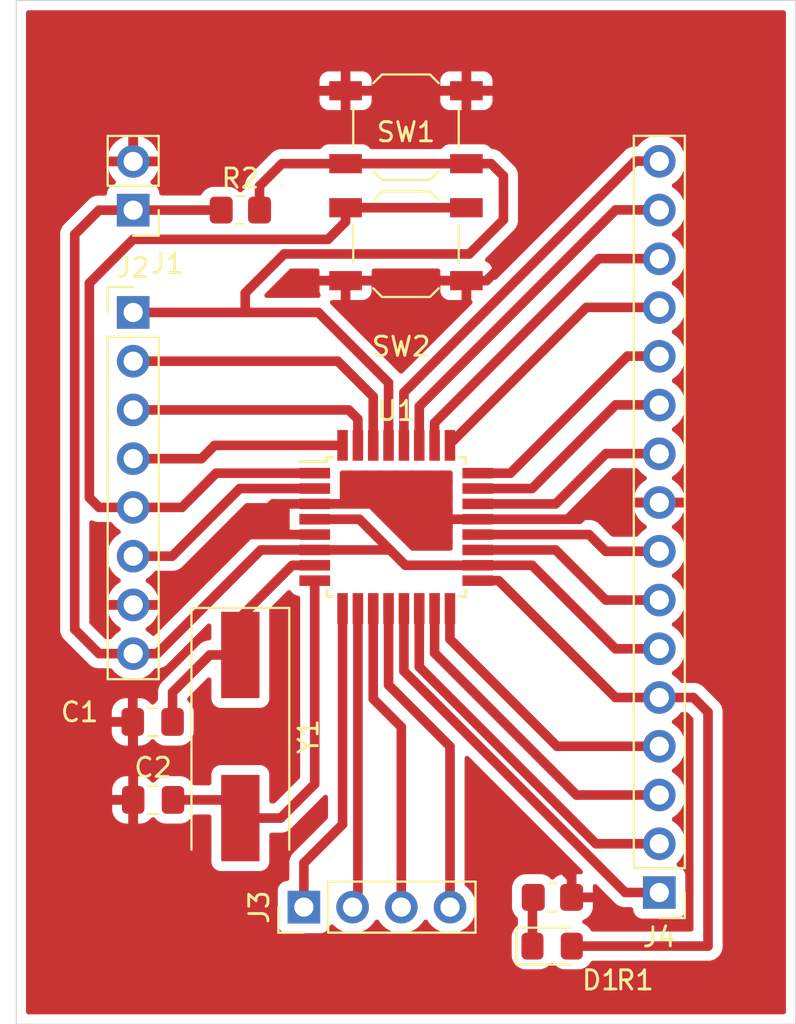
<source format=kicad_pcb>
(kicad_pcb (version 20211014) (generator pcbnew)
  (layers (0 "F.Cu" signal) (31 "B.Cu" signal) (34 "B.Paste" user) (35 "F.Paste" user) (36 "B.SilkS" user "B.Silkscreen") (37 "F.SilkS" user "F.Silkscreen") (38 "B.Mask" user) (39 "F.Mask" user) (44 "Edge.Cuts" user))
  (net 0 "")
  (net 1 "GND")
  (net 2 "Net-(C1-Pad2)")
  (net 3 "Net-(C2-Pad2)")
  (net 4 "Net-(D1-Pad1)")
  (net 5 "D13.SCK")
  (net 6 "VCC")
  (net 7 "RST")
  (net 8 "D0.RXD")
  (net 9 "D1.TXD")
  (net 10 "D2.INT0")
  (net 11 "D3~{.INT1}")
  (net 12 "D4")
  (net 13 "D6")
  (net 14 "D7")
  (net 15 "D8")
  (net 16 "A5.SCL")
  (net 17 "A4.SDA")
  (net 18 "A3")
  (net 19 "A2")
  (net 20 "A1")
  (net 21 "A0")
  (net 22 "AREF")
  (net 23 "D12.MISO")
  (net 24 "D11.MOSI")
  (net 25 "D10.SS")
  (net 26 "D9")
  (net 27 "D5~{")
  (net 28 "ADC7")
  (net 29 "ADC6")
  (footprint "Capacitor_SMD:C_0805_2012Metric_Pad1.18x1.45mm_HandSolder" (layer "F.Cu") (at 101.092 101.092)
    (fp_text reference "C1" (at -3.81 -0.508) (layer "F.SilkS"))
    (fp_text value "22pF")
    (fp_line (start -0.261252 0.735) (end 0.261252 0.735) (layer "F.SilkS") (width 0.12))
    (fp_line (start -0.261252 -0.735) (end 0.261252 -0.735) (layer "F.SilkS") (width 0.12))
    (pad "1" smd roundrect (at -1.0375 0) (size 1.175 1.45) (layers "F.Cu" "F.Paste" "F.Mask") (roundrect_rratio 0.212766) (net 1 "GND"))
    (pad "2" smd roundrect (at 1.0375 0) (size 1.175 1.45) (layers "F.Cu" "F.Paste" "F.Mask") (roundrect_rratio 0.212766) (net 2 "Net-(C1-Pad2)"))
  )
  (footprint "LED_SMD:LED_0805_2012Metric_Pad1.15x1.40mm_HandSolder" (layer "F.Cu") (at 121.92 112.776)
    (fp_text reference "D1" (at 2.54 1.778) (layer "F.SilkS"))
    (fp_text value "LED")
    (fp_line (start -1.86 -0.96) (end -1.86 0.96) (layer "F.SilkS") (width 0.12))
    (fp_line (start -1.86 0.96) (end 1 0.96) (layer "F.SilkS") (width 0.12))
    (fp_line (start 1 -0.96) (end -1.86 -0.96) (layer "F.SilkS") (width 0.12))
    (pad "1" smd roundrect (at -1.025 0) (size 1.15 1.4) (layers "F.Cu" "F.Paste" "F.Mask") (roundrect_rratio 0.217391) (net 4 "Net-(D1-Pad1)"))
    (pad "2" smd roundrect (at 1.025 0) (size 1.15 1.4) (layers "F.Cu" "F.Paste" "F.Mask") (roundrect_rratio 0.217391) (net 5 "D13.SCK"))
  )
  (footprint "Connector_PinHeader_2.54mm:PinHeader_1x02_P2.54mm_Vertical" (layer "F.Cu") (at 100.076 74.427 180)
    (fp_text reference "J1" (at -1.778 -2.789) (layer "F.SilkS"))
    (fp_text value "Conn_01x02_Male")
    (fp_line (start -1.33 0) (end -1.33 -1.33) (layer "F.SilkS") (width 0.12))
    (fp_line (start -1.33 -1.33) (end 0 -1.33) (layer "F.SilkS") (width 0.12))
    (fp_line (start -1.33 3.87) (end 1.33 3.87) (layer "F.SilkS") (width 0.12))
    (fp_line (start 1.33 1.27) (end 1.33 3.87) (layer "F.SilkS") (width 0.12))
    (fp_line (start -1.33 1.27) (end -1.33 3.87) (layer "F.SilkS") (width 0.12))
    (fp_line (start -1.33 1.27) (end 1.33 1.27) (layer "F.SilkS") (width 0.12))
    (pad "1" thru_hole rect (at 0 0 180) (size 1.7 1.7) (drill 1) (layers *.Cu *.Mask) (net 6 "VCC"))
    (pad "2" thru_hole oval (at 0 2.54 180) (size 1.7 1.7) (drill 1) (layers *.Cu *.Mask) (net 1 "GND"))
  )
  (footprint "Connector_PinHeader_2.54mm:PinHeader_1x08_P2.54mm_Vertical" (layer "F.Cu") (at 100.076 79.756)
    (fp_text reference "J2" (at 0 -2.33) (layer "F.SilkS"))
    (fp_text value "Conn_01x08_Male")
    (fp_line (start -1.33 1.27) (end -1.33 19.11) (layer "F.SilkS") (width 0.12))
    (fp_line (start 1.33 1.27) (end 1.33 19.11) (layer "F.SilkS") (width 0.12))
    (fp_line (start -1.33 0) (end -1.33 -1.33) (layer "F.SilkS") (width 0.12))
    (fp_line (start -1.33 1.27) (end 1.33 1.27) (layer "F.SilkS") (width 0.12))
    (fp_line (start -1.33 19.11) (end 1.33 19.11) (layer "F.SilkS") (width 0.12))
    (fp_line (start -1.33 -1.33) (end 0 -1.33) (layer "F.SilkS") (width 0.12))
    (pad "1" thru_hole rect (at 0 0) (size 1.7 1.7) (drill 1) (layers *.Cu *.Mask) (net 7 "RST"))
    (pad "2" thru_hole oval (at 0 2.54) (size 1.7 1.7) (drill 1) (layers *.Cu *.Mask) (net 8 "D0.RXD"))
    (pad "3" thru_hole oval (at 0 5.08) (size 1.7 1.7) (drill 1) (layers *.Cu *.Mask) (net 9 "D1.TXD"))
    (pad "4" thru_hole oval (at 0 7.62) (size 1.7 1.7) (drill 1) (layers *.Cu *.Mask) (net 10 "D2.INT0"))
    (pad "5" thru_hole oval (at 0 10.16) (size 1.7 1.7) (drill 1) (layers *.Cu *.Mask) (net 11 "D3~{.INT1}"))
    (pad "6" thru_hole oval (at 0 12.7) (size 1.7 1.7) (drill 1) (layers *.Cu *.Mask) (net 12 "D4"))
    (pad "7" thru_hole oval (at 0 15.24) (size 1.7 1.7) (drill 1) (layers *.Cu *.Mask) (net 1 "GND"))
    (pad "8" thru_hole oval (at 0 17.78) (size 1.7 1.7) (drill 1) (layers *.Cu *.Mask) (net 6 "VCC"))
  )
  (footprint "Connector_PinHeader_2.54mm:PinHeader_1x04_P2.54mm_Vertical" (layer "F.Cu") (at 108.976 110.744 90)
    (fp_text reference "J3" (at 0 -2.33 90) (layer "F.SilkS"))
    (fp_text value "Conn_01x04_Male")
    (fp_line (start -1.33 0) (end -1.33 -1.33) (layer "F.SilkS") (width 0.12))
    (fp_line (start -1.33 -1.33) (end 0 -1.33) (layer "F.SilkS") (width 0.12))
    (fp_line (start 1.33 1.27) (end 1.33 8.95) (layer "F.SilkS") (width 0.12))
    (fp_line (start -1.33 1.27) (end -1.33 8.95) (layer "F.SilkS") (width 0.12))
    (fp_line (start -1.33 1.27) (end 1.33 1.27) (layer "F.SilkS") (width 0.12))
    (fp_line (start -1.33 8.95) (end 1.33 8.95) (layer "F.SilkS") (width 0.12))
    (pad "1" thru_hole rect (at 0 0 90) (size 1.7 1.7) (drill 1) (layers *.Cu *.Mask) (net 27 "D5~{"))
    (pad "2" thru_hole oval (at 0 2.54 90) (size 1.7 1.7) (drill 1) (layers *.Cu *.Mask) (net 13 "D6"))
    (pad "3" thru_hole oval (at 0 5.08 90) (size 1.7 1.7) (drill 1) (layers *.Cu *.Mask) (net 14 "D7"))
    (pad "4" thru_hole oval (at 0 7.62 90) (size 1.7 1.7) (drill 1) (layers *.Cu *.Mask) (net 15 "D8"))
  )
  (footprint "Resistor_SMD:R_0805_2012Metric_Pad1.20x1.40mm_HandSolder" (layer "F.Cu") (at 105.664 74.422)
    (fp_text reference "R2" (at 0 -1.65) (layer "F.SilkS"))
    (fp_text value "10K")
    (fp_line (start -0.227064 0.735) (end 0.227064 0.735) (layer "F.SilkS") (width 0.12))
    (fp_line (start -0.227064 -0.735) (end 0.227064 -0.735) (layer "F.SilkS") (width 0.12))
    (pad "1" smd roundrect (at -1 0) (size 1.2 1.4) (layers "F.Cu" "F.Paste" "F.Mask") (roundrect_rratio 0.208333) (net 6 "VCC"))
    (pad "2" smd roundrect (at 1 0) (size 1.2 1.4) (layers "F.Cu" "F.Paste" "F.Mask") (roundrect_rratio 0.208333) (net 7 "RST"))
  )
  (footprint "Crystal:Crystal_SMD_HC49-SD" (layer "F.Cu") (at 105.664 101.854 -90)
    (fp_text reference "Y1" (at 0 -3.55 90) (layer "F.SilkS"))
    (fp_text value "16MHz")
    (fp_line (start 5.9 -2.55) (end -6.7 -2.55) (layer "F.SilkS") (width 0.12))
    (fp_line (start -6.7 2.55) (end 5.9 2.55) (layer "F.SilkS") (width 0.12))
    (fp_line (start -6.7 -2.55) (end -6.7 2.55) (layer "F.SilkS") (width 0.12))
    (pad "1" smd rect (at -4.25 0 270) (size 4.5 2) (layers "F.Cu" "F.Paste" "F.Mask") (net 2 "Net-(C1-Pad2)"))
    (pad "2" smd rect (at 4.25 0 270) (size 4.5 2) (layers "F.Cu" "F.Paste" "F.Mask") (net 3 "Net-(C2-Pad2)"))
  )
  (footprint "Button_Switch_SMD:SW_SPST_TL3342" (layer "F.Cu") (at 114.3 70.104 180)
    (fp_text reference "SW2" (at 0.254 -11.43) (layer "F.SilkS"))
    (fp_text value "RST")
    (fp_line (start -1.7 2.3) (end -1.25 2.75) (layer "F.SilkS") (width 0.12))
    (fp_line (start 1.7 2.3) (end 1.25 2.75) (layer "F.SilkS") (width 0.12))
    (fp_line (start -2.75 -1) (end -2.75 1) (layer "F.SilkS") (width 0.12))
    (fp_line (start -1.25 2.75) (end 1.25 2.75) (layer "F.SilkS") (width 0.12))
    (fp_line (start 1.7 -2.3) (end 1.25 -2.75) (layer "F.SilkS") (width 0.12))
    (fp_line (start 2.75 -1) (end 2.75 1) (layer "F.SilkS") (width 0.12))
    (fp_line (start -1.7 -2.3) (end -1.25 -2.75) (layer "F.SilkS") (width 0.12))
    (fp_line (start -1.25 -2.75) (end 1.25 -2.75) (layer "F.SilkS") (width 0.12))
    (pad "1" smd rect (at -3.15 -1.9 180) (size 1.7 1) (layers "F.Cu" "F.Paste" "F.Mask") (net 7 "RST"))
    (pad "1" smd rect (at 3.15 -1.9 180) (size 1.7 1) (layers "F.Cu" "F.Paste" "F.Mask") (net 7 "RST"))
    (pad "2" smd rect (at 3.15 1.9 180) (size 1.7 1) (layers "F.Cu" "F.Paste" "F.Mask") (net 1 "GND"))
    (pad "2" smd rect (at -3.15 1.9 180) (size 1.7 1) (layers "F.Cu" "F.Paste" "F.Mask") (net 1 "GND"))
  )
  (footprint "Capacitor_SMD:C_0805_2012Metric_Pad1.18x1.45mm_HandSolder" (layer "F.Cu") (at 101.1135 105.156)
    (fp_text reference "C2" (at 0 -1.68) (layer "F.SilkS"))
    (fp_text value "22pF")
    (fp_line (start -0.261252 -0.735) (end 0.261252 -0.735) (layer "F.SilkS") (width 0.12))
    (fp_line (start -0.261252 0.735) (end 0.261252 0.735) (layer "F.SilkS") (width 0.12))
    (pad "1" smd roundrect (at -1.0375 0) (size 1.175 1.45) (layers "F.Cu" "F.Paste" "F.Mask") (roundrect_rratio 0.212766) (net 1 "GND"))
    (pad "2" smd roundrect (at 1.0375 0) (size 1.175 1.45) (layers "F.Cu" "F.Paste" "F.Mask") (roundrect_rratio 0.212766) (net 3 "Net-(C2-Pad2)"))
  )
  (footprint "Resistor_SMD:R_0805_2012Metric_Pad1.20x1.40mm_HandSolder" (layer "F.Cu") (at 121.936 110.236 180)
    (fp_text reference "R1" (at -4.302 -4.318) (layer "F.SilkS"))
    (fp_text value "1K")
    (fp_line (start -0.227064 0.735) (end 0.227064 0.735) (layer "F.SilkS") (width 0.12))
    (fp_line (start -0.227064 -0.735) (end 0.227064 -0.735) (layer "F.SilkS") (width 0.12))
    (pad "1" smd roundrect (at -1 0 180) (size 1.2 1.4) (layers "F.Cu" "F.Paste" "F.Mask") (roundrect_rratio 0.208333) (net 1 "GND"))
    (pad "2" smd roundrect (at 1 0 180) (size 1.2 1.4) (layers "F.Cu" "F.Paste" "F.Mask") (roundrect_rratio 0.208333) (net 4 "Net-(D1-Pad1)"))
  )
  (footprint "Button_Switch_SMD:SW_SPST_TL3342" (layer "F.Cu") (at 114.3 76.2)
    (fp_text reference "SW1" (at 0 -5.842) (layer "F.SilkS"))
    (fp_text value "D3/INT0")
    (fp_line (start 1.7 -2.3) (end 1.25 -2.75) (layer "F.SilkS") (width 0.12))
    (fp_line (start 1.7 2.3) (end 1.25 2.75) (layer "F.SilkS") (width 0.12))
    (fp_line (start -2.75 -1) (end -2.75 1) (layer "F.SilkS") (width 0.12))
    (fp_line (start -1.7 2.3) (end -1.25 2.75) (layer "F.SilkS") (width 0.12))
    (fp_line (start -1.25 -2.75) (end 1.25 -2.75) (layer "F.SilkS") (width 0.12))
    (fp_line (start -1.7 -2.3) (end -1.25 -2.75) (layer "F.SilkS") (width 0.12))
    (fp_line (start -1.25 2.75) (end 1.25 2.75) (layer "F.SilkS") (width 0.12))
    (fp_line (start 2.75 -1) (end 2.75 1) (layer "F.SilkS") (width 0.12))
    (pad "1" smd rect (at 3.15 -1.9) (size 1.7 1) (layers "F.Cu" "F.Paste" "F.Mask") (net 11 "D3~{.INT1}"))
    (pad "1" smd rect (at -3.15 -1.9) (size 1.7 1) (layers "F.Cu" "F.Paste" "F.Mask") (net 11 "D3~{.INT1}"))
    (pad "2" smd rect (at -3.15 1.9) (size 1.7 1) (layers "F.Cu" "F.Paste" "F.Mask") (net 1 "GND"))
    (pad "2" smd rect (at 3.15 1.9) (size 1.7 1) (layers "F.Cu" "F.Paste" "F.Mask") (net 1 "GND"))
  )
  (footprint "Package_QFP:TQFP-32_7x7mm_P0.8mm" (layer "F.Cu") (at 113.792 90.932)
    (fp_text reference "U1" (at 0 -6.05) (layer "F.SilkS"))
    (fp_text value "ATmega328P-A")
    (fp_line (start 3.625 3.625) (end 3.625 3.3) (layer "F.SilkS") (width 0.15))
    (fp_line (start -3.625 -3.625) (end -3.625 -3.4) (layer "F.SilkS") (width 0.15))
    (fp_line (start -3.625 3.625) (end -3.625 3.3) (layer "F.SilkS") (width 0.15))
    (fp_line (start -3.625 -3.625) (end -3.3 -3.625) (layer "F.SilkS") (width 0.15))
    (fp_line (start 3.625 -3.625) (end 3.3 -3.625) (layer "F.SilkS") (width 0.15))
    (fp_line (start -3.625 3.625) (end -3.3 3.625) (layer "F.SilkS") (width 0.15))
    (fp_line (start 3.625 -3.625) (end 3.625 -3.3) (layer "F.SilkS") (width 0.15))
    (fp_line (start -3.625 -3.4) (end -5.05 -3.4) (layer "F.SilkS") (width 0.15))
    (fp_line (start 3.625 3.625) (end 3.3 3.625) (layer "F.SilkS") (width 0.15))
    (pad "1" smd rect (at -4.25 -2.8) (size 1.6 0.55) (layers "F.Cu" "F.Paste" "F.Mask") (net 11 "D3~{.INT1}"))
    (pad "2" smd rect (at -4.25 -2) (size 1.6 0.55) (layers "F.Cu" "F.Paste" "F.Mask") (net 12 "D4"))
    (pad "3" smd rect (at -4.25 -1.2) (size 1.6 0.55) (layers "F.Cu" "F.Paste" "F.Mask") (net 1 "GND"))
    (pad "4" smd rect (at -4.25 -0.4) (size 1.6 0.55) (layers "F.Cu" "F.Paste" "F.Mask") (net 6 "VCC"))
    (pad "5" smd rect (at -4.25 0.4) (size 1.6 0.55) (layers "F.Cu" "F.Paste" "F.Mask") (net 1 "GND"))
    (pad "6" smd rect (at -4.25 1.2) (size 1.6 0.55) (layers "F.Cu" "F.Paste" "F.Mask") (net 6 "VCC"))
    (pad "7" smd rect (at -4.25 2) (size 1.6 0.55) (layers "F.Cu" "F.Paste" "F.Mask") (net 2 "Net-(C1-Pad2)"))
    (pad "8" smd rect (at -4.25 2.8) (size 1.6 0.55) (layers "F.Cu" "F.Paste" "F.Mask") (net 3 "Net-(C2-Pad2)"))
    (pad "9" smd rect (at -2.8 4.25 90) (size 1.6 0.55) (layers "F.Cu" "F.Paste" "F.Mask") (net 27 "D5~{"))
    (pad "10" smd rect (at -2 4.25 90) (size 1.6 0.55) (layers "F.Cu" "F.Paste" "F.Mask") (net 13 "D6"))
    (pad "11" smd rect (at -1.2 4.25 90) (size 1.6 0.55) (layers "F.Cu" "F.Paste" "F.Mask") (net 14 "D7"))
    (pad "12" smd rect (at -0.4 4.25 90) (size 1.6 0.55) (layers "F.Cu" "F.Paste" "F.Mask") (net 15 "D8"))
    (pad "13" smd rect (at 0.4 4.25 90) (size 1.6 0.55) (layers "F.Cu" "F.Paste" "F.Mask") (net 26 "D9"))
    (pad "14" smd rect (at 1.2 4.25 90) (size 1.6 0.55) (layers "F.Cu" "F.Paste" "F.Mask") (net 25 "D10.SS"))
    (pad "15" smd rect (at 2 4.25 90) (size 1.6 0.55) (layers "F.Cu" "F.Paste" "F.Mask") (net 24 "D11.MOSI"))
    (pad "16" smd rect (at 2.8 4.25 90) (size 1.6 0.55) (layers "F.Cu" "F.Paste" "F.Mask") (net 23 "D12.MISO"))
    (pad "17" smd rect (at 4.25 2.8) (size 1.6 0.55) (layers "F.Cu" "F.Paste" "F.Mask") (net 5 "D13.SCK"))
    (pad "18" smd rect (at 4.25 2) (size 1.6 0.55) (layers "F.Cu" "F.Paste" "F.Mask") (net 6 "VCC"))
    (pad "19" smd rect (at 4.25 1.2) (size 1.6 0.55) (layers "F.Cu" "F.Paste" "F.Mask") (net 29 "ADC6"))
    (pad "20" smd rect (at 4.25 0.4) (size 1.6 0.55) (layers "F.Cu" "F.Paste" "F.Mask") (net 22 "AREF"))
    (pad "21" smd rect (at 4.25 -0.4) (size 1.6 0.55) (layers "F.Cu" "F.Paste" "F.Mask") (net 1 "GND"))
    (pad "22" smd rect (at 4.25 -1.2) (size 1.6 0.55) (layers "F.Cu" "F.Paste" "F.Mask") (net 28 "ADC7"))
    (pad "23" smd rect (at 4.25 -2) (size 1.6 0.55) (layers "F.Cu" "F.Paste" "F.Mask") (net 21 "A0"))
    (pad "24" smd rect (at 4.25 -2.8) (size 1.6 0.55) (layers "F.Cu" "F.Paste" "F.Mask") (net 20 "A1"))
    (pad "25" smd rect (at 2.8 -4.25 90) (size 1.6 0.55) (layers "F.Cu" "F.Paste" "F.Mask") (net 19 "A2"))
    (pad "26" smd rect (at 2 -4.25 90) (size 1.6 0.55) (layers "F.Cu" "F.Paste" "F.Mask") (net 18 "A3"))
    (pad "27" smd rect (at 1.2 -4.25 90) (size 1.6 0.55) (layers "F.Cu" "F.Paste" "F.Mask") (net 17 "A4.SDA"))
    (pad "28" smd rect (at 0.4 -4.25 90) (size 1.6 0.55) (layers "F.Cu" "F.Paste" "F.Mask") (net 16 "A5.SCL"))
    (pad "29" smd rect (at -0.4 -4.25 90) (size 1.6 0.55) (layers "F.Cu" "F.Paste" "F.Mask") (net 7 "RST"))
    (pad "30" smd rect (at -1.2 -4.25 90) (size 1.6 0.55) (layers "F.Cu" "F.Paste" "F.Mask") (net 8 "D0.RXD"))
    (pad "31" smd rect (at -2 -4.25 90) (size 1.6 0.55) (layers "F.Cu" "F.Paste" "F.Mask") (net 9 "D1.TXD"))
    (pad "32" smd rect (at -2.8 -4.25 90) (size 1.6 0.55) (layers "F.Cu" "F.Paste" "F.Mask") (net 10 "D2.INT0"))
  )
  (footprint "Connector_PinHeader_2.54mm:PinHeader_1x16_P2.54mm_Vertical" (layer "F.Cu") (at 127.508 109.982 180)
    (fp_text reference "J4" (at 0 -2.33) (layer "F.SilkS"))
    (fp_text value "Conn_01x16_Male")
    (fp_line (start -1.33 0) (end -1.33 -1.33) (layer "F.SilkS") (width 0.12))
    (fp_line (start -1.33 39.43) (end 1.33 39.43) (layer "F.SilkS") (width 0.12))
    (fp_line (start 1.33 1.27) (end 1.33 39.43) (layer "F.SilkS") (width 0.12))
    (fp_line (start -1.33 1.27) (end -1.33 39.43) (layer "F.SilkS") (width 0.12))
    (fp_line (start -1.33 -1.33) (end 0 -1.33) (layer "F.SilkS") (width 0.12))
    (fp_line (start -1.33 1.27) (end 1.33 1.27) (layer "F.SilkS") (width 0.12))
    (pad "1" thru_hole rect (at 0 0 180) (size 1.7 1.7) (drill 1) (layers *.Cu *.Mask) (net 26 "D9"))
    (pad "2" thru_hole oval (at 0 2.54 180) (size 1.7 1.7) (drill 1) (layers *.Cu *.Mask) (net 25 "D10.SS"))
    (pad "3" thru_hole oval (at 0 5.08 180) (size 1.7 1.7) (drill 1) (layers *.Cu *.Mask) (net 24 "D11.MOSI"))
    (pad "4" thru_hole oval (at 0 7.62 180) (size 1.7 1.7) (drill 1) (layers *.Cu *.Mask) (net 23 "D12.MISO"))
    (pad "5" thru_hole oval (at 0 10.16 180) (size 1.7 1.7) (drill 1) (layers *.Cu *.Mask) (net 5 "D13.SCK"))
    (pad "6" thru_hole oval (at 0 12.7 180) (size 1.7 1.7) (drill 1) (layers *.Cu *.Mask) (net 6 "VCC"))
    (pad "7" thru_hole oval (at 0 15.24 180) (size 1.7 1.7) (drill 1) (layers *.Cu *.Mask) (net 29 "ADC6"))
    (pad "8" thru_hole oval (at 0 17.78 180) (size 1.7 1.7) (drill 1) (layers *.Cu *.Mask) (net 22 "AREF"))
    (pad "9" thru_hole oval (at 0 20.32 180) (size 1.7 1.7) (drill 1) (layers *.Cu *.Mask) (net 1 "GND"))
    (pad "10" thru_hole oval (at 0 22.86 180) (size 1.7 1.7) (drill 1) (layers *.Cu *.Mask) (net 28 "ADC7"))
    (pad "11" thru_hole oval (at 0 25.4 180) (size 1.7 1.7) (drill 1) (layers *.Cu *.Mask) (net 21 "A0"))
    (pad "12" thru_hole oval (at 0 27.94 180) (size 1.7 1.7) (drill 1) (layers *.Cu *.Mask) (net 20 "A1"))
    (pad "13" thru_hole oval (at 0 30.48 180) (size 1.7 1.7) (drill 1) (layers *.Cu *.Mask) (net 19 "A2"))
    (pad "14" thru_hole oval (at 0 33.02 180) (size 1.7 1.7) (drill 1) (layers *.Cu *.Mask) (net 18 "A3"))
    (pad "15" thru_hole oval (at 0 35.56 180) (size 1.7 1.7) (drill 1) (layers *.Cu *.Mask) (net 17 "A4.SDA"))
    (pad "16" thru_hole oval (at 0 38.1 180) (size 1.7 1.7) (drill 1) (layers *.Cu *.Mask) (net 16 "A5.SCL"))
  )
  (gr_line (start 134.62 66.04) (end 134.62 116.84) (layer "Edge.Cuts") (width 0.05))
  (gr_line (start 134.62 63.5) (end 134.62 66.04) (layer "Edge.Cuts") (width 0.05))
  (gr_line (start 93.98 63.5) (end 134.62 63.5) (layer "Edge.Cuts") (width 0.05))
  (gr_line (start 93.98 116.84) (end 93.98 63.5) (layer "Edge.Cuts") (width 0.05))
  (gr_line (start 134.62 116.84) (end 93.98 116.84) (layer "Edge.Cuts") (width 0.05))
  (segment (start 117.45 78.1) (end 111.15 78.1) (width 0.5) (layer "F.Cu") (net 1))
  (segment (start 121.92 108.204) (end 119.888 108.204) (width 0.5) (layer "F.Cu") (net 1))
  (segment (start 109.542 89.732) (end 107.372 89.732) (width 0.5) (layer "F.Cu") (net 1))
  (segment (start 120.904 115.824) (end 130.048 115.824) (width 0.5) (layer "F.Cu") (net 1))
  (segment (start 100.076 94.996) (end 102.108 94.996) (width 0.5) (layer "F.Cu") (net 1))
  (segment (start 119.38 108.712) (end 119.38 114.808) (width 0.5) (layer "F.Cu") (net 1))
  (segment (start 129.672 68.204) (end 126.868 68.204) (width 0.5) (layer "F.Cu") (net 1))
  (segment (start 100.076 101.1135) (end 100.0545 101.092) (width 0.5) (layer "F.Cu") (net 1))
  (segment (start 131.572 114.3) (end 131.572 90.424) (width 0.5) (layer "F.Cu") (net 1))
  (segment (start 124.206 89.662) (end 123.336 90.532) (width 0.5) (layer "F.Cu") (net 1))
  (segment (start 122.936 109.22) (end 121.92 108.204) (width 0.5) (layer "F.Cu") (net 1))
  (segment (start 117.45 78.1) (end 118.496 78.1) (width 0.5) (layer "F.Cu") (net 1))
  (segment (start 118.042 90.532) (end 114.408 90.532) (width 0.5) (layer "F.Cu") (net 1))
  (segment (start 130.81 69.342) (end 129.672 68.204) (width 0.5) (layer "F.Cu") (net 1))
  (segment (start 101.468 68.204) (end 100.076 69.596) (width 0.5) (layer "F.Cu") (net 1))
  (segment (start 123.336 90.532) (end 118.042 90.532) (width 0.5) (layer "F.Cu") (net 1))
  (segment (start 126.868 69.728) (end 126.868 68.204) (width 0.5) (layer "F.Cu") (net 1))
  (segment (start 130.048 115.824) (end 131.572 114.3) (width 0.5) (layer "F.Cu") (net 1))
  (segment (start 126.868 68.204) (end 121.544 68.204) (width 0.5) (layer "F.Cu") (net 1))
  (segment (start 120.396 115.824) (end 120.904 115.824) (width 0.5) (layer "F.Cu") (net 1))
  (segment (start 131.572 90.424) (end 131.572 70.104) (width 0.5) (layer "F.Cu") (net 1))
  (segment (start 130.81 69.342) (end 129.794 68.326) (width 0.5) (layer "F.Cu") (net 1))
  (segment (start 117.45 68.204) (end 111.15 68.204) (width 0.5) (layer "F.Cu") (net 1))
  (segment (start 107.372 89.732) (end 105.772 91.332) (width 0.5) (layer "F.Cu") (net 1))
  (segment (start 121.544 68.204) (end 117.45 68.204) (width 0.5) (layer "F.Cu") (net 1))
  (segment (start 131.572 70.104) (end 130.81 69.342) (width 0.5) (layer "F.Cu") (net 1))
  (segment (start 124.836 68.204) (end 124.084 68.204) (width 0.5) (layer "F.Cu") (net 1))
  (segment (start 105.772 91.332) (end 109.542 91.332) (width 0.5) (layer "F.Cu") (net 1))
  (segment (start 119.888 108.204) (end 119.38 108.712) (width 0.5) (layer "F.Cu") (net 1))
  (segment (start 113.608 89.732) (end 109.542 89.732) (width 0.5) (layer "F.Cu") (net 1))
  (segment (start 102.108 115.824) (end 120.904 115.824) (width 0.5) (layer "F.Cu") (net 1))
  (segment (start 119.38 114.808) (end 120.396 115.824) (width 0.5) (layer "F.Cu") (net 1))
  (segment (start 100.076 105.156) (end 100.076 113.792) (width 0.5) (layer "F.Cu") (net 1))
  (segment (start 100.076 113.792) (end 102.108 115.824) (width 0.5) (layer "F.Cu") (net 1))
  (segment (start 130.81 89.662) (end 127.508 89.662) (width 0.5) (layer "F.Cu") (net 1))
  (segment (start 114.408 90.532) (end 113.608 89.732) (width 0.5) (layer "F.Cu") (net 1))
  (segment (start 118.496 78.1) (end 126.868 69.728) (width 0.5) (layer "F.Cu") (net 1))
  (segment (start 124.084 68.204) (end 121.544 68.204) (width 0.5) (layer "F.Cu") (net 1))
  (segment (start 131.572 90.424) (end 130.81 89.662) (width 0.5) (layer "F.Cu") (net 1))
  (segment (start 102.108 94.996) (end 105.772 91.332) (width 0.5) (layer "F.Cu") (net 1))
  (segment (start 100.076 105.156) (end 100.076 101.1135) (width 0.5) (layer "F.Cu") (net 1))
  (segment (start 111.15 68.204) (end 101.468 68.204) (width 0.5) (layer "F.Cu") (net 1))
  (segment (start 100.076 69.596) (end 100.076 71.887) (width 0.5) (layer "F.Cu") (net 1))
  (segment (start 127.508 89.662) (end 124.206 89.662) (width 0.5) (layer "F.Cu") (net 1))
  (segment (start 122.936 110.236) (end 122.936 109.22) (width 0.5) (layer "F.Cu") (net 1))
  (segment (start 105.664 95.635978) (end 105.664 97.604) (width 0.5) (layer "F.Cu") (net 2))
  (segment (start 109.542 92.932) (end 108.367978 92.932) (width 0.5) (layer "F.Cu") (net 2))
  (segment (start 104.072 97.604) (end 105.664 97.604) (width 0.5) (layer "F.Cu") (net 2))
  (segment (start 102.1295 101.092) (end 102.1295 99.5465) (width 0.5) (layer "F.Cu") (net 2))
  (segment (start 102.1295 99.5465) (end 104.072 97.604) (width 0.5) (layer "F.Cu") (net 2))
  (segment (start 108.367978 92.932) (end 105.664 95.635978) (width 0.5) (layer "F.Cu") (net 2))
  (segment (start 102.151 105.156) (end 104.716 105.156) (width 0.5) (layer "F.Cu") (net 3))
  (segment (start 105.664 106.104) (end 107.764 106.104) (width 0.5) (layer "F.Cu") (net 3))
  (segment (start 107.764 106.104) (end 109.542 104.326) (width 0.5) (layer "F.Cu") (net 3))
  (segment (start 104.716 105.156) (end 105.664 106.104) (width 0.5) (layer "F.Cu") (net 3))
  (segment (start 109.542 93.732) (end 109.542 104.326) (width 0.5) (layer "F.Cu") (net 3))
  (segment (start 120.895 112.776) (end 120.895 110.277) (width 0.5) (layer "F.Cu") (net 4))
  (segment (start 120.895 110.277) (end 120.936 110.236) (width 0.5) (layer "F.Cu") (net 4))
  (segment (start 130.048 100.584) (end 130.048 112.776) (width 0.5) (layer "F.Cu") (net 5))
  (segment (start 129.286 99.822) (end 130.048 100.584) (width 0.5) (layer "F.Cu") (net 5))
  (segment (start 118.042 93.732) (end 119.132 93.732) (width 0.5) (layer "F.Cu") (net 5))
  (segment (start 119.132 93.732) (end 125.222 99.822) (width 0.5) (layer "F.Cu") (net 5))
  (segment (start 125.222 99.822) (end 127.508 99.822) (width 0.5) (layer "F.Cu") (net 5))
  (segment (start 127.508 99.822) (end 129.286 99.822) (width 0.5) (layer "F.Cu") (net 5))
  (segment (start 130.048 112.776) (end 122.945 112.776) (width 0.5) (layer "F.Cu") (net 5))
  (segment (start 118.042 92.932) (end 120.872 92.932) (width 0.5) (layer "F.Cu") (net 6))
  (segment (start 100.0545 97.5575) (end 100.076 97.536) (width 0.5) (layer "F.Cu") (net 6))
  (segment (start 125.222 97.282) (end 127.508 97.282) (width 0.5) (layer "F.Cu") (net 6))
  (segment (start 100.076 97.536) (end 98.298 97.536) (width 0.5) (layer "F.Cu") (net 6))
  (segment (start 97.028 75.692) (end 98.293 74.427) (width 0.5) (layer "F.Cu") (net 6))
  (segment (start 100.081 74.422) (end 100.076 74.427) (width 0.5) (layer "F.Cu") (net 6))
  (segment (start 118.042 92.932) (end 114.268 92.932) (width 0.5) (layer "F.Cu") (net 6))
  (segment (start 98.298 97.536) (end 97.028 96.266) (width 0.5) (layer "F.Cu") (net 6))
  (segment (start 104.664 74.422) (end 100.081 74.422) (width 0.5) (layer "F.Cu") (net 6))
  (segment (start 109.542 92.132) (end 106.732978 92.132) (width 0.5) (layer "F.Cu") (net 6))
  (segment (start 111.868 90.532) (end 113.468 92.132) (width 0.5) (layer "F.Cu") (net 6))
  (segment (start 97.028 96.266) (end 97.028 75.692) (width 0.5) (layer "F.Cu") (net 6))
  (segment (start 106.732978 92.132) (end 101.328978 97.536) (width 0.5) (layer "F.Cu") (net 6))
  (segment (start 113.468 92.132) (end 109.542 92.132) (width 0.5) (layer "F.Cu") (net 6))
  (segment (start 98.293 74.427) (end 100.076 74.427) (width 0.5) (layer "F.Cu") (net 6))
  (segment (start 120.872 92.932) (end 125.222 97.282) (width 0.5) (layer "F.Cu") (net 6))
  (segment (start 109.542 90.532) (end 111.868 90.532) (width 0.5) (layer "F.Cu") (net 6))
  (segment (start 114.268 92.932) (end 113.468 92.132) (width 0.5) (layer "F.Cu") (net 6))
  (segment (start 101.328978 97.536) (end 100.076 97.536) (width 0.5) (layer "F.Cu") (net 6))
  (segment (start 113.392 86.682) (end 113.392 83.42) (width 0.5) (layer "F.Cu") (net 7))
  (segment (start 106.664 74.422) (end 106.664 73.168) (width 0.5) (layer "F.Cu") (net 7))
  (segment (start 106.664 73.168) (end 107.828 72.004) (width 0.5) (layer "F.Cu") (net 7))
  (segment (start 119.38 72.644) (end 119.38 74.93) (width 0.5) (layer "F.Cu") (net 7))
  (segment (start 117.602 76.708) (end 107.95 76.708) (width 0.5) (layer "F.Cu") (net 7))
  (segment (start 105.918 78.74) (end 105.918 79.756) (width 0.5) (layer "F.Cu") (net 7))
  (segment (start 107.95 76.708) (end 105.918 78.74) (width 0.5) (layer "F.Cu") (net 7))
  (segment (start 118.74 72.004) (end 119.38 72.644) (width 0.5) (layer "F.Cu") (net 7))
  (segment (start 109.728 79.756) (end 100.076 79.756) (width 0.5) (layer "F.Cu") (net 7))
  (segment (start 113.392 83.42) (end 109.728 79.756) (width 0.5) (layer "F.Cu") (net 7))
  (segment (start 119.38 74.93) (end 117.602 76.708) (width 0.5) (layer "F.Cu") (net 7))
  (segment (start 117.45 72.004) (end 111.15 72.004) (width 0.5) (layer "F.Cu") (net 7))
  (segment (start 107.828 72.004) (end 111.15 72.004) (width 0.5) (layer "F.Cu") (net 7))
  (segment (start 117.45 72.004) (end 118.74 72.004) (width 0.5) (layer "F.Cu") (net 7))
  (segment (start 110.744 82.296) (end 100.076 82.296) (width 0.5) (layer "F.Cu") (net 8))
  (segment (start 112.592 86.682) (end 112.592 84.144) (width 0.5) (layer "F.Cu") (net 8))
  (segment (start 112.592 84.144) (end 110.744 82.296) (width 0.5) (layer "F.Cu") (net 8))
  (segment (start 111.792 86.682) (end 111.792 85.312) (width 0.5) (layer "F.Cu") (net 9))
  (segment (start 111.316 84.836) (end 111.792 85.312) (width 0.5) (layer "F.Cu") (net 9))
  (segment (start 100.076 84.836) (end 111.316 84.836) (width 0.5) (layer "F.Cu") (net 9))
  (segment (start 103.632 87.376) (end 100.076 87.376) (width 0.5) (layer "F.Cu") (net 10))
  (segment (start 110.992 86.682) (end 104.326 86.682) (width 0.5) (layer "F.Cu") (net 10))
  (segment (start 104.326 86.682) (end 103.632 87.376) (width 0.5) (layer "F.Cu") (net 10))
  (segment (start 97.79 89.408) (end 97.79 78.232) (width 0.5) (layer "F.Cu") (net 11))
  (segment (start 111.15 75.032) (end 111.15 74.3) (width 0.5) (layer "F.Cu") (net 11))
  (segment (start 104.4 88.132) (end 102.616 89.916) (width 0.5) (layer "F.Cu") (net 11))
  (segment (start 102.616 89.916) (end 100.076 89.916) (width 0.5) (layer "F.Cu") (net 11))
  (segment (start 109.542 88.132) (end 104.4 88.132) (width 0.5) (layer "F.Cu") (net 11))
  (segment (start 111.15 74.3) (end 117.45 74.3) (width 0.5) (layer "F.Cu") (net 11))
  (segment (start 98.298 89.916) (end 97.79 89.408) (width 0.5) (layer "F.Cu") (net 11))
  (segment (start 100.076 75.946) (end 110.236 75.946) (width 0.5) (layer "F.Cu") (net 11))
  (segment (start 97.79 78.232) (end 100.076 75.946) (width 0.5) (layer "F.Cu") (net 11))
  (segment (start 100.076 89.916) (end 98.298 89.916) (width 0.5) (layer "F.Cu") (net 11))
  (segment (start 110.236 75.946) (end 111.15 75.032) (width 0.5) (layer "F.Cu") (net 11))
  (segment (start 105.632 88.932) (end 102.108 92.456) (width 0.5) (layer "F.Cu") (net 12))
  (segment (start 102.108 92.456) (end 100.076 92.456) (width 0.5) (layer "F.Cu") (net 12))
  (segment (start 109.542 88.932) (end 105.632 88.932) (width 0.5) (layer "F.Cu") (net 12))
  (segment (start 111.792 95.182) (end 111.792 110.468) (width 0.5) (layer "F.Cu") (net 13))
  (segment (start 111.792 110.468) (end 111.516 110.744) (width 0.5) (layer "F.Cu") (net 13))
  (segment (start 112.592 99.892) (end 114.056 101.356) (width 0.5) (layer "F.Cu") (net 14))
  (segment (start 114.056 101.356) (end 114.056 110.744) (width 0.5) (layer "F.Cu") (net 14))
  (segment (start 112.592 95.182) (end 112.592 99.892) (width 0.5) (layer "F.Cu") (net 14))
  (segment (start 113.392 99.168) (end 116.596 102.372) (width 0.5) (layer "F.Cu") (net 15))
  (segment (start 113.392 95.182) (end 113.392 99.168) (width 0.5) (layer "F.Cu") (net 15))
  (segment (start 116.596 102.372) (end 116.596 110.744) (width 0.5) (layer "F.Cu") (net 15))
  (segment (start 126.248 71.872) (end 114.192 83.928) (width 0.5) (layer "F.Cu") (net 16))
  (segment (start 114.192 83.928) (end 114.192 86.682) (width 0.5) (layer "F.Cu") (net 16))
  (segment (start 127.508 71.872) (end 126.248 71.872) (width 0.5) (layer "F.Cu") (net 16))
  (segment (start 127.508 74.412) (end 125.232 74.412) (width 0.5) (layer "F.Cu") (net 17))
  (segment (start 114.992 84.652) (end 114.992 86.682) (width 0.5) (layer "F.Cu") (net 17))
  (segment (start 125.232 74.412) (end 114.992 84.652) (width 0.5) (layer "F.Cu") (net 17))
  (segment (start 124.347978 76.952) (end 127.508 76.952) (width 0.5) (layer "F.Cu") (net 18))
  (segment (start 115.792 85.507978) (end 124.347978 76.952) (width 0.5) (layer "F.Cu") (net 18))
  (segment (start 115.792 86.682) (end 115.792 85.507978) (width 0.5) (layer "F.Cu") (net 18))
  (segment (start 127.508 79.492) (end 123.708 79.492) (width 0.5) (layer "F.Cu") (net 19))
  (segment (start 116.592 86.608) (end 116.592 86.682) (width 0.5) (layer "F.Cu") (net 19))
  (segment (start 123.708 79.492) (end 116.592 86.608) (width 0.5) (layer "F.Cu") (net 19))
  (segment (start 127.508 82.032) (end 125.845 82.032) (width 0.5) (layer "F.Cu") (net 20))
  (segment (start 125.845 82.032) (end 119.745 88.132) (width 0.5) (layer "F.Cu") (net 20))
  (segment (start 119.745 88.132) (end 118.042 88.132) (width 0.5) (layer "F.Cu") (net 20))
  (segment (start 120.872 88.932) (end 118.042 88.932) (width 0.5) (layer "F.Cu") (net 21))
  (segment (start 125.232 84.572) (end 120.872 88.932) (width 0.5) (layer "F.Cu") (net 21))
  (segment (start 127.508 84.572) (end 125.232 84.572) (width 0.5) (layer "F.Cu") (net 21))
  (segment (start 118.042 91.332) (end 123.844 91.332) (width 0.5) (layer "F.Cu") (net 22))
  (segment (start 123.844 91.332) (end 124.714 92.202) (width 0.5) (layer "F.Cu") (net 22))
  (segment (start 124.714 92.202) (end 127.508 92.202) (width 0.5) (layer "F.Cu") (net 22))
  (segment (start 127.508 102.362) (end 122.174 102.362) (width 0.5) (layer "F.Cu") (net 23))
  (segment (start 116.592 96.78) (end 116.592 95.182) (width 0.5) (layer "F.Cu") (net 23))
  (segment (start 122.174 102.362) (end 116.592 96.78) (width 0.5) (layer "F.Cu") (net 23))
  (segment (start 127.508 104.902) (end 123.19 104.902) (width 0.5) (layer "F.Cu") (net 24))
  (segment (start 115.792 97.504) (end 115.792 95.182) (width 0.5) (layer "F.Cu") (net 24))
  (segment (start 123.19 104.902) (end 115.792 97.504) (width 0.5) (layer "F.Cu") (net 24))
  (segment (start 127.508 107.442) (end 124.206 107.442) (width 0.5) (layer "F.Cu") (net 25))
  (segment (start 114.992 98.228) (end 114.992 95.182) (width 0.5) (layer "F.Cu") (net 25))
  (segment (start 124.206 107.442) (end 114.992 98.228) (width 0.5) (layer "F.Cu") (net 25))
  (segment (start 125.73 109.982) (end 114.192 98.444) (width 0.5) (layer "F.Cu") (net 26))
  (segment (start 114.192 98.444) (end 114.192 95.182) (width 0.5) (layer "F.Cu") (net 26))
  (segment (start 127.508 109.982) (end 125.73 109.982) (width 0.5) (layer "F.Cu") (net 26))
  (segment (start 110.992 106.432) (end 110.992 95.182) (width 0.5) (layer "F.Cu") (net 27))
  (segment (start 108.976 108.448) (end 110.992 106.432) (width 0.5) (layer "F.Cu") (net 27))
  (segment (start 108.976 110.744) (end 108.976 108.448) (width 0.5) (layer "F.Cu") (net 27))
  (segment (start 122.104 89.732) (end 124.724 87.112) (width 0.5) (layer "F.Cu") (net 28))
  (segment (start 124.724 87.112) (end 127.508 87.112) (width 0.5) (layer "F.Cu") (net 28))
  (segment (start 118.042 89.732) (end 122.104 89.732) (width 0.5) (layer "F.Cu") (net 28))
  (segment (start 124.714 94.742) (end 127.508 94.742) (width 0.5) (layer "F.Cu") (net 29))
  (segment (start 118.042 92.132) (end 122.104 92.132) (width 0.5) (layer "F.Cu") (net 29))
  (segment (start 122.104 92.132) (end 124.714 94.742) (width 0.5) (layer "F.Cu") (net 29))
  (zone (net 1) (net_name "GND") (layer "F.Cu") (connect_pads (clearance 0.508)) (min_thickness 0.254) (fill yes (thermal_gap 0.508) (thermal_bridge_width 0.508))
    (polygon (pts (xy 134.62 116.84) (xy 93.98 116.84) (xy 93.98 63.5) (xy 134.62 63.5)))
  )
)
</source>
